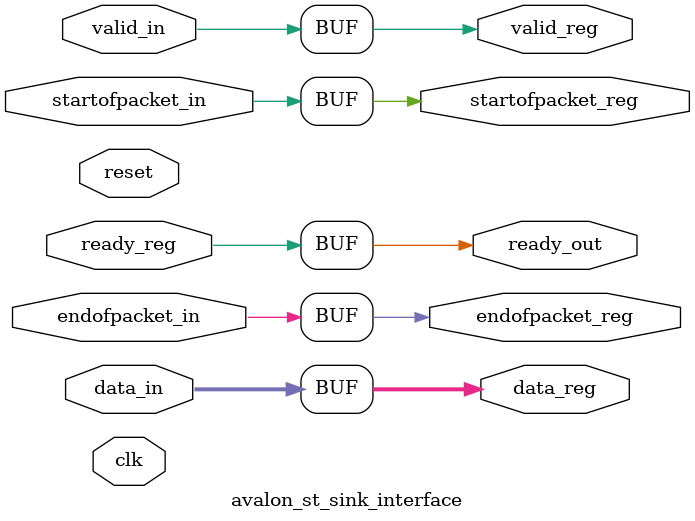
<source format=v>
/* PROYECTO CHS 2022/2023
 * Avalon streaming sink interface de la IP de vídeo
 * 
 * Implementación a partir de los recursos de Intel/Altera:
 * 
 * Altera Corp, "Avalon Interface Specifications. 
 * Ch.6: Avalon Streaming Interfaces: 6.2: Avalon-ST Interface
 * Signals" document ver. 1.2, april 2009
*/

// Señales necesarias extraídas de la interfaz del 
// avalon_streaming_source del avalon_pixel_source del 
// video_dma_controller_ip_input, elemento del qsys que nos sirve los
// datos por streaming con un formato determinado.

// Señales necesarias: 
// clk, ready, valid, startofpacket, endofpacket, data[15:0]
// startofpacket y endofpacket indican el principio y fin de un frame?


module avalon_st_sink_interface (
    
    input wire reset,  // reset
    input wire clk,  // reloj
    
    input wire ready_reg,
    output wire ready_out,  // ready, señal del sink al source. Indica si la IP está lista para recibir datos al source anterior.
    
    input wire valid_in,  // valid in
    output wire valid_reg,  // valid reg
    
    input wire [15:0] data_in,  // datos, colores RGB de 16 bits, serie.
    output wire [15:0] data_reg, // datos, registro en la IP
    
    input wire startofpacket_in,  // indicador inicio frame
    input wire endofpacket_in,  // indicador fin frame
    
    output wire startofpacket_reg,  // indicador inicio frame, registro en la IP
    output wire endofpacket_reg  // indicador fin frame, registro en la IP
);



// listo para recibir datos inmediatamente cuando el bloque inferior lo esté
assign ready_out = ready_reg;

assign valid_reg = valid_in;
            
// transferencias para que sea accesible por la IP
assign data_reg = data_in;
assign startofpacket_reg = startofpacket_in;
assign endofpacket_reg = endofpacket_in;

/*
always @(posedge clk)
begin
    if (reset)  // Si hay un reset: borrar todos los registros
    begin
        data_reg <= 16'd0;
    end
    
    else
    begin
        if (ready_reg)
        begin
            // pasamos el válido con misma latencia que los datos
            valid_reg <= valid_in;
            
            // transferencias para que sea accesible por la IP
            data_reg <= data_in;
            startofpacket_reg <= startofpacket_in;
            endofpacket_reg <= endofpacket_in;
        end
        // si no está ready: no hacer nada (se mantiene el dato anterior)
    end
end*/

endmodule



</source>
